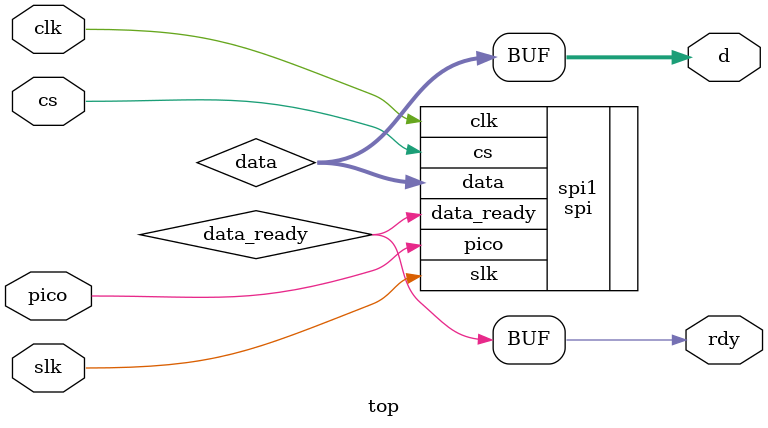
<source format=v>
`default_nettype none

module top(
    input wire clk,
    input wire slk,
    input wire pico,
    input wire cs,
    output wire [7:0] d,
    output wire rdy
);

//-- Turn on the LED1 (green led) on the icoboard
wire [7:0] data;
wire data_ready;

assign rdy = data_ready;
assign d = data;

spi spi1(
    .clk(clk),
    .slk(slk),
    .pico(pico),
    .cs(cs),
    .data(data),
    .data_ready(data_ready)
);

endmodule

</source>
